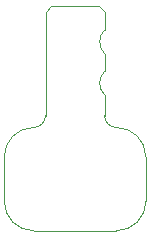
<source format=gm1>
G04 #@! TF.FileFunction,Profile,NP*
%FSLAX46Y46*%
G04 Gerber Fmt 4.6, Leading zero omitted, Abs format (unit mm)*
G04 Created by KiCad (PCBNEW (2016-01-20 BZR 6500, Git 74b498d)-product) date Tue 26 Jan 2016 07:27:19 PM CET*
%MOMM*%
G01*
G04 APERTURE LIST*
%ADD10C,0.150000*%
%ADD11C,0.100000*%
G04 APERTURE END LIST*
D10*
D11*
X65000000Y-81500000D02*
X72000000Y-81500000D01*
X66000000Y-63000000D02*
X66000000Y-71750000D01*
X66500000Y-62500000D02*
X70500000Y-62500000D01*
X66500000Y-62500000D02*
X66000000Y-63000000D01*
X71000000Y-70000000D02*
X71000000Y-71750000D01*
X71000000Y-66500000D02*
X71000000Y-68000000D01*
X71000000Y-68000000D02*
G75*
G03X71000000Y-70000000I1000000J-1000000D01*
G01*
X71000000Y-63000000D02*
X71000000Y-64500000D01*
X71000000Y-64500000D02*
G75*
G03X71000000Y-66500000I1000000J-1000000D01*
G01*
X70500000Y-62500000D02*
X71000000Y-63000000D01*
X65000000Y-72750000D02*
G75*
G03X66000000Y-71750000I0J1000000D01*
G01*
X71000000Y-71750000D02*
G75*
G03X72000000Y-72750000I1000000J0D01*
G01*
X74500000Y-79000000D02*
X74500000Y-75250000D01*
X62500000Y-75250000D02*
X62500000Y-79000000D01*
X65000000Y-72750000D02*
G75*
G03X62500000Y-75250000I0J-2500000D01*
G01*
X74500000Y-75250000D02*
G75*
G03X72000000Y-72750000I-2500000J0D01*
G01*
X62500000Y-79000000D02*
G75*
G03X65000000Y-81500000I2500000J0D01*
G01*
X72000000Y-81500000D02*
G75*
G03X74500000Y-79000000I0J2500000D01*
G01*
M02*

</source>
